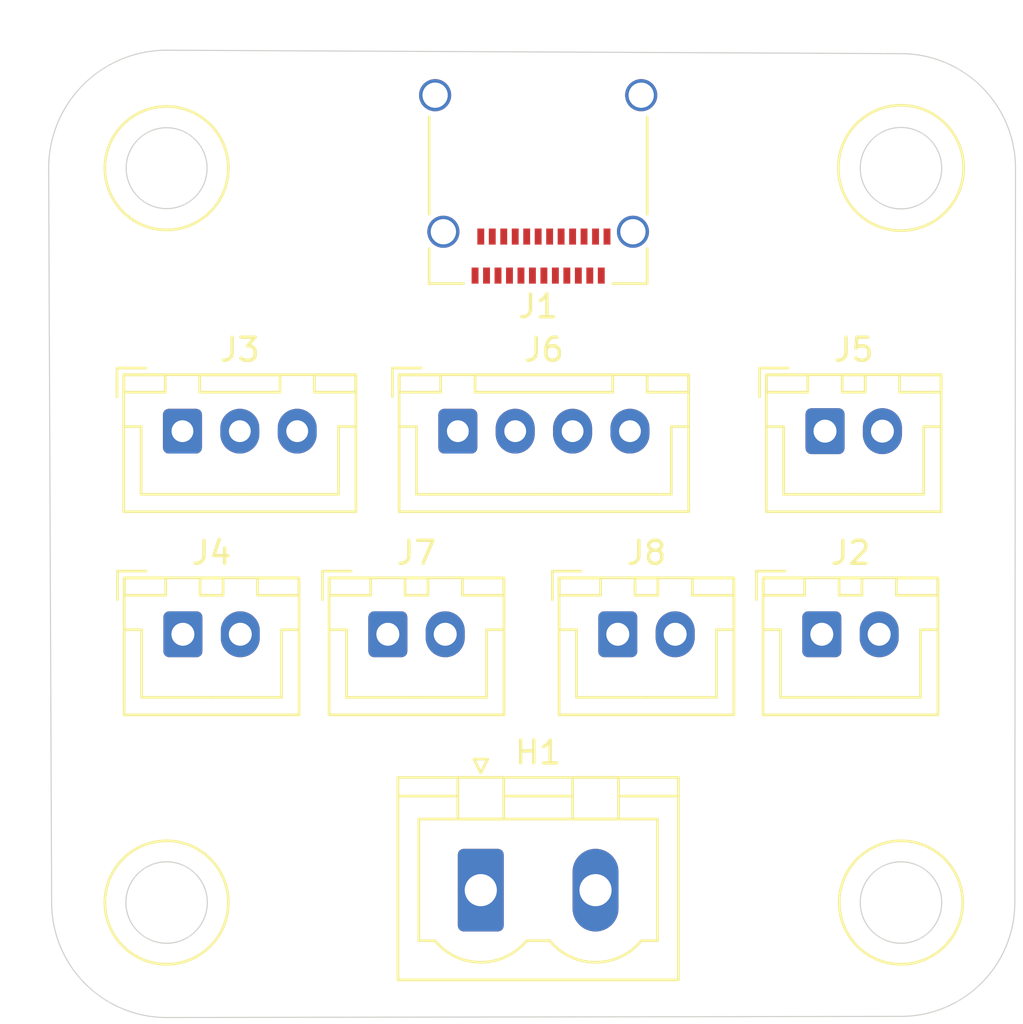
<source format=kicad_pcb>
(kicad_pcb (version 20171130) (host pcbnew "(5.1.4)-1")

  (general
    (thickness 1.6)
    (drawings 16)
    (tracks 0)
    (zones 0)
    (modules 9)
    (nets 18)
  )

  (page A4)
  (layers
    (0 F.Cu signal)
    (31 B.Cu signal)
    (32 B.Adhes user)
    (33 F.Adhes user)
    (34 B.Paste user)
    (35 F.Paste user)
    (36 B.SilkS user)
    (37 F.SilkS user)
    (38 B.Mask user)
    (39 F.Mask user)
    (40 Dwgs.User user)
    (41 Cmts.User user)
    (42 Eco1.User user)
    (43 Eco2.User user)
    (44 Edge.Cuts user)
    (45 Margin user)
    (46 B.CrtYd user)
    (47 F.CrtYd user)
    (48 B.Fab user)
    (49 F.Fab user)
  )

  (setup
    (last_trace_width 0.25)
    (user_trace_width 0.25)
    (user_trace_width 1)
    (trace_clearance 0.2)
    (zone_clearance 0.508)
    (zone_45_only no)
    (trace_min 0.2)
    (via_size 0.8)
    (via_drill 0.4)
    (via_min_size 0.4)
    (via_min_drill 0.3)
    (uvia_size 0.3)
    (uvia_drill 0.1)
    (uvias_allowed no)
    (uvia_min_size 0.2)
    (uvia_min_drill 0.1)
    (edge_width 0.05)
    (segment_width 0.2)
    (pcb_text_width 0.3)
    (pcb_text_size 1.5 1.5)
    (mod_edge_width 0.12)
    (mod_text_size 1 1)
    (mod_text_width 0.15)
    (pad_size 1.524 1.524)
    (pad_drill 0.762)
    (pad_to_mask_clearance 0.051)
    (solder_mask_min_width 0.25)
    (aux_axis_origin 0 0)
    (visible_elements FFFFFF7F)
    (pcbplotparams
      (layerselection 0x010fc_ffffffff)
      (usegerberextensions false)
      (usegerberattributes false)
      (usegerberadvancedattributes false)
      (creategerberjobfile false)
      (excludeedgelayer true)
      (linewidth 0.100000)
      (plotframeref false)
      (viasonmask false)
      (mode 1)
      (useauxorigin false)
      (hpglpennumber 1)
      (hpglpenspeed 20)
      (hpglpendiameter 15.000000)
      (psnegative false)
      (psa4output false)
      (plotreference true)
      (plotvalue true)
      (plotinvisibletext false)
      (padsonsilk false)
      (subtractmaskfromsilk false)
      (outputformat 1)
      (mirror false)
      (drillshape 1)
      (scaleselection 1)
      (outputdirectory ""))
  )

  (net 0 "")
  (net 1 GND)
  (net 2 "Net-(H1-Pad2)")
  (net 3 "Net-(J1-PadS1)")
  (net 4 "Net-(J1-PadA1)")
  (net 5 "Net-(J1-PadA2)")
  (net 6 "Net-(J1-PadA3)")
  (net 7 "Net-(J1-PadA4)")
  (net 8 "Net-(J1-PadA5)")
  (net 9 "Net-(J1-PadA10)")
  (net 10 "Net-(J1-PadA8)")
  (net 11 "Net-(J1-PadA11)")
  (net 12 "Net-(J1-PadB2)")
  (net 13 "Net-(J1-PadB3)")
  (net 14 "Net-(J1-PadB5)")
  (net 15 "Net-(J1-PadB8)")
  (net 16 "Net-(J1-PadB10)")
  (net 17 "Net-(J1-PadB11)")

  (net_class Default "This is the default net class."
    (clearance 0.2)
    (trace_width 0.25)
    (via_dia 0.8)
    (via_drill 0.4)
    (uvia_dia 0.3)
    (uvia_drill 0.1)
    (add_net GND)
    (add_net "Net-(H1-Pad2)")
    (add_net "Net-(J1-PadA1)")
    (add_net "Net-(J1-PadA10)")
    (add_net "Net-(J1-PadA11)")
    (add_net "Net-(J1-PadA2)")
    (add_net "Net-(J1-PadA3)")
    (add_net "Net-(J1-PadA4)")
    (add_net "Net-(J1-PadA5)")
    (add_net "Net-(J1-PadA8)")
    (add_net "Net-(J1-PadB10)")
    (add_net "Net-(J1-PadB11)")
    (add_net "Net-(J1-PadB2)")
    (add_net "Net-(J1-PadB3)")
    (add_net "Net-(J1-PadB5)")
    (add_net "Net-(J1-PadB8)")
    (add_net "Net-(J1-PadS1)")
  )

  (module Connector_Phoenix_MSTB:PhoenixContact_MSTBVA_2,5_2-G_1x02_P5.00mm_Vertical (layer F.Cu) (tedit 5B785046) (tstamp 5E0F8931)
    (at 117 75)
    (descr "Generic Phoenix Contact connector footprint for: MSTBVA_2,5/2-G; number of pins: 02; pin pitch: 5.00mm; Vertical || order number: 1755516 12A || order number: 1924198 16A (HC)")
    (tags "phoenix_contact connector MSTBVA_01x02_G_5.00mm")
    (path /5E0FFE17)
    (fp_text reference H1 (at 2.5 -6) (layer F.SilkS)
      (effects (font (size 1 1) (thickness 0.15)))
    )
    (fp_text value Heater (at 2.5 5) (layer F.Fab)
      (effects (font (size 1 1) (thickness 0.15)))
    )
    (fp_arc (start 0 0.55) (end -2 2.2) (angle -100.5) (layer F.SilkS) (width 0.12))
    (fp_arc (start 5 0.55) (end 3 2.2) (angle -100.5) (layer F.SilkS) (width 0.12))
    (fp_line (start -3.61 -4.91) (end -3.61 3.91) (layer F.SilkS) (width 0.12))
    (fp_line (start -3.61 3.91) (end 8.61 3.91) (layer F.SilkS) (width 0.12))
    (fp_line (start 8.61 3.91) (end 8.61 -4.91) (layer F.SilkS) (width 0.12))
    (fp_line (start 8.61 -4.91) (end -3.61 -4.91) (layer F.SilkS) (width 0.12))
    (fp_line (start -3.5 -4.8) (end -3.5 3.8) (layer F.Fab) (width 0.1))
    (fp_line (start -3.5 3.8) (end 8.5 3.8) (layer F.Fab) (width 0.1))
    (fp_line (start 8.5 3.8) (end 8.5 -4.8) (layer F.Fab) (width 0.1))
    (fp_line (start 8.5 -4.8) (end -3.5 -4.8) (layer F.Fab) (width 0.1))
    (fp_line (start -3.61 -4.1) (end -1.11 -4.1) (layer F.SilkS) (width 0.12))
    (fp_line (start 8.61 -4.1) (end 6.11 -4.1) (layer F.SilkS) (width 0.12))
    (fp_line (start 1 -4.1) (end 4 -4.1) (layer F.SilkS) (width 0.12))
    (fp_line (start -1 -3.1) (end -1 -4.91) (layer F.SilkS) (width 0.12))
    (fp_line (start -1 -4.91) (end 1 -4.91) (layer F.SilkS) (width 0.12))
    (fp_line (start 1 -4.91) (end 1 -3.1) (layer F.SilkS) (width 0.12))
    (fp_line (start 1 -3.1) (end -1 -3.1) (layer F.SilkS) (width 0.12))
    (fp_line (start 4 -3.1) (end 4 -4.91) (layer F.SilkS) (width 0.12))
    (fp_line (start 4 -4.91) (end 6 -4.91) (layer F.SilkS) (width 0.12))
    (fp_line (start 6 -4.91) (end 6 -3.1) (layer F.SilkS) (width 0.12))
    (fp_line (start 6 -3.1) (end 4 -3.1) (layer F.SilkS) (width 0.12))
    (fp_line (start 2 2.2) (end 3 2.2) (layer F.SilkS) (width 0.12))
    (fp_line (start -2 2.2) (end -2.7 2.2) (layer F.SilkS) (width 0.12))
    (fp_line (start -2.7 2.2) (end -2.7 -3.1) (layer F.SilkS) (width 0.12))
    (fp_line (start -2.7 -3.1) (end 7.7 -3.1) (layer F.SilkS) (width 0.12))
    (fp_line (start 7.7 -3.1) (end 7.7 2.2) (layer F.SilkS) (width 0.12))
    (fp_line (start 7.7 2.2) (end 7 2.2) (layer F.SilkS) (width 0.12))
    (fp_line (start -4 -5.3) (end -4 4.3) (layer F.CrtYd) (width 0.05))
    (fp_line (start -4 4.3) (end 9 4.3) (layer F.CrtYd) (width 0.05))
    (fp_line (start 9 4.3) (end 9 -5.3) (layer F.CrtYd) (width 0.05))
    (fp_line (start 9 -5.3) (end -4 -5.3) (layer F.CrtYd) (width 0.05))
    (fp_line (start 0.3 -5.71) (end 0 -5.11) (layer F.SilkS) (width 0.12))
    (fp_line (start 0 -5.11) (end -0.3 -5.71) (layer F.SilkS) (width 0.12))
    (fp_line (start -0.3 -5.71) (end 0.3 -5.71) (layer F.SilkS) (width 0.12))
    (fp_line (start 0.5 -3.55) (end 0 -2.55) (layer F.Fab) (width 0.1))
    (fp_line (start 0 -2.55) (end -0.5 -3.55) (layer F.Fab) (width 0.1))
    (fp_line (start -0.5 -3.55) (end 0.5 -3.55) (layer F.Fab) (width 0.1))
    (fp_text user %R (at 2.5 -4.1) (layer F.Fab)
      (effects (font (size 1 1) (thickness 0.15)))
    )
    (pad 1 thru_hole roundrect (at 0 0) (size 2 3.6) (drill 1.4) (layers *.Cu *.Mask) (roundrect_rratio 0.125)
      (net 1 GND))
    (pad 2 thru_hole oval (at 5 0) (size 2 3.6) (drill 1.4) (layers *.Cu *.Mask)
      (net 2 "Net-(H1-Pad2)"))
    (model ${KISYS3DMOD}/Connector_Phoenix_MSTB.3dshapes/PhoenixContact_MSTBVA_2,5_2-G_1x02_P5.00mm_Vertical.wrl
      (at (xyz 0 0 0))
      (scale (xyz 1 1 1))
      (rotate (xyz 0 0 0))
    )
  )

  (module Connector_USB:USB_C_Receptacle_Amphenol_12401610E4-2A_CircularHoles (layer F.Cu) (tedit 5A142044) (tstamp 5E0F8962)
    (at 119.5 43.2 180)
    (descr "USB TYPE C, RA RCPT PCB, SMT, https://www.amphenolcanada.com/StockAvailabilityPrice.aspx?From=&PartNum=12401610E4%7e2A")
    (tags "USB C Type-C Receptacle SMD")
    (path /5E0F2655)
    (attr smd)
    (fp_text reference J1 (at 0 -6.36) (layer F.SilkS)
      (effects (font (size 1 1) (thickness 0.15)))
    )
    (fp_text value USB_C_Receptacle (at 0 6.14) (layer F.Fab)
      (effects (font (size 1 1) (thickness 0.15)))
    )
    (fp_line (start -4.75 -2.35) (end -4.75 1.89) (layer F.SilkS) (width 0.12))
    (fp_line (start 4.75 -5.37) (end 4.75 -3.85) (layer F.SilkS) (width 0.12))
    (fp_line (start 4.75 -2.35) (end 4.75 1.89) (layer F.SilkS) (width 0.12))
    (fp_line (start -4.6 5.23) (end -4.6 -5.22) (layer F.Fab) (width 0.1))
    (fp_line (start -4.6 -5.22) (end 4.6 -5.22) (layer F.Fab) (width 0.1))
    (fp_line (start -4.75 -5.37) (end -3.25 -5.37) (layer F.SilkS) (width 0.12))
    (fp_line (start -4.75 -5.37) (end -4.75 -3.85) (layer F.SilkS) (width 0.12))
    (fp_line (start 3.25 -5.37) (end 4.75 -5.37) (layer F.SilkS) (width 0.12))
    (fp_line (start -4.6 5.23) (end 4.6 5.23) (layer F.Fab) (width 0.1))
    (fp_line (start 4.6 5.23) (end 4.6 -5.22) (layer F.Fab) (width 0.1))
    (fp_line (start -5.69 -5.87) (end 5.69 -5.87) (layer F.CrtYd) (width 0.05))
    (fp_line (start 5.69 -5.87) (end 5.69 5.73) (layer F.CrtYd) (width 0.05))
    (fp_line (start 5.69 5.73) (end -5.69 5.73) (layer F.CrtYd) (width 0.05))
    (fp_line (start -5.69 5.73) (end -5.69 -5.87) (layer F.CrtYd) (width 0.05))
    (fp_text user %R (at 0 0) (layer F.Fab)
      (effects (font (size 1 1) (thickness 0.1)))
    )
    (pad B12 smd rect (at -3 -3.32 180) (size 0.3 0.7) (layers F.Cu F.Paste F.Mask)
      (net 4 "Net-(J1-PadA1)"))
    (pad B11 smd rect (at -2.5 -3.32 180) (size 0.3 0.7) (layers F.Cu F.Paste F.Mask)
      (net 17 "Net-(J1-PadB11)"))
    (pad B10 smd rect (at -2 -3.32 180) (size 0.3 0.7) (layers F.Cu F.Paste F.Mask)
      (net 16 "Net-(J1-PadB10)"))
    (pad B9 smd rect (at -1.5 -3.32 180) (size 0.3 0.7) (layers F.Cu F.Paste F.Mask)
      (net 7 "Net-(J1-PadA4)"))
    (pad B8 smd rect (at -1 -3.32 180) (size 0.3 0.7) (layers F.Cu F.Paste F.Mask)
      (net 15 "Net-(J1-PadB8)"))
    (pad B7 smd rect (at -0.5 -3.32 180) (size 0.3 0.7) (layers F.Cu F.Paste F.Mask)
      (net 1 GND))
    (pad B6 smd rect (at 0 -3.32 180) (size 0.3 0.7) (layers F.Cu F.Paste F.Mask)
      (net 2 "Net-(H1-Pad2)"))
    (pad B5 smd rect (at 0.5 -3.32 180) (size 0.3 0.7) (layers F.Cu F.Paste F.Mask)
      (net 14 "Net-(J1-PadB5)"))
    (pad B4 smd rect (at 1 -3.32 180) (size 0.3 0.7) (layers F.Cu F.Paste F.Mask)
      (net 7 "Net-(J1-PadA4)"))
    (pad B3 smd rect (at 1.5 -3.32 180) (size 0.3 0.7) (layers F.Cu F.Paste F.Mask)
      (net 13 "Net-(J1-PadB3)"))
    (pad B2 smd rect (at 2 -3.32 180) (size 0.3 0.7) (layers F.Cu F.Paste F.Mask)
      (net 12 "Net-(J1-PadB2)"))
    (pad "" np_thru_hole circle (at -3.6 -4.36 180) (size 0.65 0.65) (drill 0.65) (layers *.Cu *.Mask))
    (pad "" np_thru_hole circle (at 3.6 -4.36 180) (size 0.95 0.95) (drill 0.95) (layers *.Cu *.Mask))
    (pad S1 thru_hole circle (at -4.49 2.84 180) (size 1.4 1.4) (drill 1.1) (layers *.Cu *.Mask)
      (net 3 "Net-(J1-PadS1)"))
    (pad S1 thru_hole circle (at 4.49 2.84 180) (size 1.4 1.4) (drill 1.1) (layers *.Cu *.Mask)
      (net 3 "Net-(J1-PadS1)"))
    (pad S1 thru_hole circle (at 4.13 -3.11 180) (size 1.4 1.4) (drill 1.1) (layers *.Cu *.Mask)
      (net 3 "Net-(J1-PadS1)"))
    (pad B1 smd rect (at 2.5 -3.32 180) (size 0.3 0.7) (layers F.Cu F.Paste F.Mask)
      (net 4 "Net-(J1-PadA1)"))
    (pad A11 smd rect (at 2.25 -5.02 180) (size 0.3 0.7) (layers F.Cu F.Paste F.Mask)
      (net 11 "Net-(J1-PadA11)"))
    (pad A8 smd rect (at 0.75 -5.02 180) (size 0.3 0.7) (layers F.Cu F.Paste F.Mask)
      (net 10 "Net-(J1-PadA8)"))
    (pad A9 smd rect (at 1.25 -5.02 180) (size 0.3 0.7) (layers F.Cu F.Paste F.Mask)
      (net 7 "Net-(J1-PadA4)"))
    (pad A10 smd rect (at 1.75 -5.02 180) (size 0.3 0.7) (layers F.Cu F.Paste F.Mask)
      (net 9 "Net-(J1-PadA10)"))
    (pad A12 smd rect (at 2.75 -5.02 180) (size 0.3 0.7) (layers F.Cu F.Paste F.Mask)
      (net 4 "Net-(J1-PadA1)"))
    (pad A7 smd rect (at 0.25 -5.02 180) (size 0.3 0.7) (layers F.Cu F.Paste F.Mask)
      (net 1 GND))
    (pad A6 smd rect (at -0.25 -5.02 180) (size 0.3 0.7) (layers F.Cu F.Paste F.Mask)
      (net 2 "Net-(H1-Pad2)"))
    (pad A5 smd rect (at -0.75 -5.02 180) (size 0.3 0.7) (layers F.Cu F.Paste F.Mask)
      (net 8 "Net-(J1-PadA5)"))
    (pad A4 smd rect (at -1.25 -5.02 180) (size 0.3 0.7) (layers F.Cu F.Paste F.Mask)
      (net 7 "Net-(J1-PadA4)"))
    (pad A3 smd rect (at -1.75 -5.02 180) (size 0.3 0.7) (layers F.Cu F.Paste F.Mask)
      (net 6 "Net-(J1-PadA3)"))
    (pad A2 smd rect (at -2.25 -5.02 180) (size 0.3 0.7) (layers F.Cu F.Paste F.Mask)
      (net 5 "Net-(J1-PadA2)"))
    (pad A1 smd rect (at -2.75 -5.02 180) (size 0.3 0.7) (layers F.Cu F.Paste F.Mask)
      (net 4 "Net-(J1-PadA1)"))
    (pad S1 thru_hole circle (at -4.13 -3.11 180) (size 1.4 1.4) (drill 1.1) (layers *.Cu *.Mask)
      (net 3 "Net-(J1-PadS1)"))
    (model ${KISYS3DMOD}/Connector_USB.3dshapes/USB_C_Receptacle_Amphenol_12401610E4-2A.wrl
      (at (xyz 0 0 0))
      (scale (xyz 1 1 1))
      (rotate (xyz 0 0 0))
    )
  )

  (module Connector_JST:JST_XH_B2B-XH-A_1x02_P2.50mm_Vertical (layer F.Cu) (tedit 5C28146C) (tstamp 5E0F898B)
    (at 131.86 63.85)
    (descr "JST XH series connector, B2B-XH-A (http://www.jst-mfg.com/product/pdf/eng/eXH.pdf), generated with kicad-footprint-generator")
    (tags "connector JST XH vertical")
    (path /5E103AFA)
    (fp_text reference J2 (at 1.25 -3.55) (layer F.SilkS)
      (effects (font (size 1 1) (thickness 0.15)))
    )
    (fp_text value Therm (at 1.25 4.6) (layer F.Fab)
      (effects (font (size 1 1) (thickness 0.15)))
    )
    (fp_line (start -2.45 -2.35) (end -2.45 3.4) (layer F.Fab) (width 0.1))
    (fp_line (start -2.45 3.4) (end 4.95 3.4) (layer F.Fab) (width 0.1))
    (fp_line (start 4.95 3.4) (end 4.95 -2.35) (layer F.Fab) (width 0.1))
    (fp_line (start 4.95 -2.35) (end -2.45 -2.35) (layer F.Fab) (width 0.1))
    (fp_line (start -2.56 -2.46) (end -2.56 3.51) (layer F.SilkS) (width 0.12))
    (fp_line (start -2.56 3.51) (end 5.06 3.51) (layer F.SilkS) (width 0.12))
    (fp_line (start 5.06 3.51) (end 5.06 -2.46) (layer F.SilkS) (width 0.12))
    (fp_line (start 5.06 -2.46) (end -2.56 -2.46) (layer F.SilkS) (width 0.12))
    (fp_line (start -2.95 -2.85) (end -2.95 3.9) (layer F.CrtYd) (width 0.05))
    (fp_line (start -2.95 3.9) (end 5.45 3.9) (layer F.CrtYd) (width 0.05))
    (fp_line (start 5.45 3.9) (end 5.45 -2.85) (layer F.CrtYd) (width 0.05))
    (fp_line (start 5.45 -2.85) (end -2.95 -2.85) (layer F.CrtYd) (width 0.05))
    (fp_line (start -0.625 -2.35) (end 0 -1.35) (layer F.Fab) (width 0.1))
    (fp_line (start 0 -1.35) (end 0.625 -2.35) (layer F.Fab) (width 0.1))
    (fp_line (start 0.75 -2.45) (end 0.75 -1.7) (layer F.SilkS) (width 0.12))
    (fp_line (start 0.75 -1.7) (end 1.75 -1.7) (layer F.SilkS) (width 0.12))
    (fp_line (start 1.75 -1.7) (end 1.75 -2.45) (layer F.SilkS) (width 0.12))
    (fp_line (start 1.75 -2.45) (end 0.75 -2.45) (layer F.SilkS) (width 0.12))
    (fp_line (start -2.55 -2.45) (end -2.55 -1.7) (layer F.SilkS) (width 0.12))
    (fp_line (start -2.55 -1.7) (end -0.75 -1.7) (layer F.SilkS) (width 0.12))
    (fp_line (start -0.75 -1.7) (end -0.75 -2.45) (layer F.SilkS) (width 0.12))
    (fp_line (start -0.75 -2.45) (end -2.55 -2.45) (layer F.SilkS) (width 0.12))
    (fp_line (start 3.25 -2.45) (end 3.25 -1.7) (layer F.SilkS) (width 0.12))
    (fp_line (start 3.25 -1.7) (end 5.05 -1.7) (layer F.SilkS) (width 0.12))
    (fp_line (start 5.05 -1.7) (end 5.05 -2.45) (layer F.SilkS) (width 0.12))
    (fp_line (start 5.05 -2.45) (end 3.25 -2.45) (layer F.SilkS) (width 0.12))
    (fp_line (start -2.55 -0.2) (end -1.8 -0.2) (layer F.SilkS) (width 0.12))
    (fp_line (start -1.8 -0.2) (end -1.8 2.75) (layer F.SilkS) (width 0.12))
    (fp_line (start -1.8 2.75) (end 1.25 2.75) (layer F.SilkS) (width 0.12))
    (fp_line (start 5.05 -0.2) (end 4.3 -0.2) (layer F.SilkS) (width 0.12))
    (fp_line (start 4.3 -0.2) (end 4.3 2.75) (layer F.SilkS) (width 0.12))
    (fp_line (start 4.3 2.75) (end 1.25 2.75) (layer F.SilkS) (width 0.12))
    (fp_line (start -1.6 -2.75) (end -2.85 -2.75) (layer F.SilkS) (width 0.12))
    (fp_line (start -2.85 -2.75) (end -2.85 -1.5) (layer F.SilkS) (width 0.12))
    (fp_text user %R (at 1.25 2.7) (layer F.Fab)
      (effects (font (size 1 1) (thickness 0.15)))
    )
    (pad 1 thru_hole roundrect (at 0 0) (size 1.7 2) (drill 1) (layers *.Cu *.Mask) (roundrect_rratio 0.147059)
      (net 8 "Net-(J1-PadA5)"))
    (pad 2 thru_hole oval (at 2.5 0) (size 1.7 2) (drill 1) (layers *.Cu *.Mask)
      (net 14 "Net-(J1-PadB5)"))
    (model ${KISYS3DMOD}/Connector_JST.3dshapes/JST_XH_B2B-XH-A_1x02_P2.50mm_Vertical.wrl
      (at (xyz 0 0 0))
      (scale (xyz 1 1 1))
      (rotate (xyz 0 0 0))
    )
  )

  (module Connector_JST:JST_XH_B3B-XH-A_1x03_P2.50mm_Vertical (layer F.Cu) (tedit 5C28146C) (tstamp 5E0F89B5)
    (at 104 55)
    (descr "JST XH series connector, B3B-XH-A (http://www.jst-mfg.com/product/pdf/eng/eXH.pdf), generated with kicad-footprint-generator")
    (tags "connector JST XH vertical")
    (path /5E10D732)
    (fp_text reference J3 (at 2.5 -3.55) (layer F.SilkS)
      (effects (font (size 1 1) (thickness 0.15)))
    )
    (fp_text value Z_End_Sensor (at 2.5 4.6) (layer F.Fab)
      (effects (font (size 1 1) (thickness 0.15)))
    )
    (fp_line (start -2.45 -2.35) (end -2.45 3.4) (layer F.Fab) (width 0.1))
    (fp_line (start -2.45 3.4) (end 7.45 3.4) (layer F.Fab) (width 0.1))
    (fp_line (start 7.45 3.4) (end 7.45 -2.35) (layer F.Fab) (width 0.1))
    (fp_line (start 7.45 -2.35) (end -2.45 -2.35) (layer F.Fab) (width 0.1))
    (fp_line (start -2.56 -2.46) (end -2.56 3.51) (layer F.SilkS) (width 0.12))
    (fp_line (start -2.56 3.51) (end 7.56 3.51) (layer F.SilkS) (width 0.12))
    (fp_line (start 7.56 3.51) (end 7.56 -2.46) (layer F.SilkS) (width 0.12))
    (fp_line (start 7.56 -2.46) (end -2.56 -2.46) (layer F.SilkS) (width 0.12))
    (fp_line (start -2.95 -2.85) (end -2.95 3.9) (layer F.CrtYd) (width 0.05))
    (fp_line (start -2.95 3.9) (end 7.95 3.9) (layer F.CrtYd) (width 0.05))
    (fp_line (start 7.95 3.9) (end 7.95 -2.85) (layer F.CrtYd) (width 0.05))
    (fp_line (start 7.95 -2.85) (end -2.95 -2.85) (layer F.CrtYd) (width 0.05))
    (fp_line (start -0.625 -2.35) (end 0 -1.35) (layer F.Fab) (width 0.1))
    (fp_line (start 0 -1.35) (end 0.625 -2.35) (layer F.Fab) (width 0.1))
    (fp_line (start 0.75 -2.45) (end 0.75 -1.7) (layer F.SilkS) (width 0.12))
    (fp_line (start 0.75 -1.7) (end 4.25 -1.7) (layer F.SilkS) (width 0.12))
    (fp_line (start 4.25 -1.7) (end 4.25 -2.45) (layer F.SilkS) (width 0.12))
    (fp_line (start 4.25 -2.45) (end 0.75 -2.45) (layer F.SilkS) (width 0.12))
    (fp_line (start -2.55 -2.45) (end -2.55 -1.7) (layer F.SilkS) (width 0.12))
    (fp_line (start -2.55 -1.7) (end -0.75 -1.7) (layer F.SilkS) (width 0.12))
    (fp_line (start -0.75 -1.7) (end -0.75 -2.45) (layer F.SilkS) (width 0.12))
    (fp_line (start -0.75 -2.45) (end -2.55 -2.45) (layer F.SilkS) (width 0.12))
    (fp_line (start 5.75 -2.45) (end 5.75 -1.7) (layer F.SilkS) (width 0.12))
    (fp_line (start 5.75 -1.7) (end 7.55 -1.7) (layer F.SilkS) (width 0.12))
    (fp_line (start 7.55 -1.7) (end 7.55 -2.45) (layer F.SilkS) (width 0.12))
    (fp_line (start 7.55 -2.45) (end 5.75 -2.45) (layer F.SilkS) (width 0.12))
    (fp_line (start -2.55 -0.2) (end -1.8 -0.2) (layer F.SilkS) (width 0.12))
    (fp_line (start -1.8 -0.2) (end -1.8 2.75) (layer F.SilkS) (width 0.12))
    (fp_line (start -1.8 2.75) (end 2.5 2.75) (layer F.SilkS) (width 0.12))
    (fp_line (start 7.55 -0.2) (end 6.8 -0.2) (layer F.SilkS) (width 0.12))
    (fp_line (start 6.8 -0.2) (end 6.8 2.75) (layer F.SilkS) (width 0.12))
    (fp_line (start 6.8 2.75) (end 2.5 2.75) (layer F.SilkS) (width 0.12))
    (fp_line (start -1.6 -2.75) (end -2.85 -2.75) (layer F.SilkS) (width 0.12))
    (fp_line (start -2.85 -2.75) (end -2.85 -1.5) (layer F.SilkS) (width 0.12))
    (fp_text user %R (at 2.5 2.7) (layer F.Fab)
      (effects (font (size 1 1) (thickness 0.15)))
    )
    (pad 1 thru_hole roundrect (at 0 0) (size 1.7 1.95) (drill 0.95) (layers *.Cu *.Mask) (roundrect_rratio 0.147059)
      (net 12 "Net-(J1-PadB2)"))
    (pad 2 thru_hole oval (at 2.5 0) (size 1.7 1.95) (drill 0.95) (layers *.Cu *.Mask)
      (net 10 "Net-(J1-PadA8)"))
    (pad 3 thru_hole oval (at 5 0) (size 1.7 1.95) (drill 0.95) (layers *.Cu *.Mask)
      (net 15 "Net-(J1-PadB8)"))
    (model ${KISYS3DMOD}/Connector_JST.3dshapes/JST_XH_B3B-XH-A_1x03_P2.50mm_Vertical.wrl
      (at (xyz 0 0 0))
      (scale (xyz 1 1 1))
      (rotate (xyz 0 0 0))
    )
  )

  (module Connector_JST:JST_XH_B2B-XH-A_1x02_P2.50mm_Vertical (layer F.Cu) (tedit 5C28146C) (tstamp 5E0F89DE)
    (at 104.02 63.85)
    (descr "JST XH series connector, B2B-XH-A (http://www.jst-mfg.com/product/pdf/eng/eXH.pdf), generated with kicad-footprint-generator")
    (tags "connector JST XH vertical")
    (path /5E101F58)
    (fp_text reference J4 (at 1.25 -3.55) (layer F.SilkS)
      (effects (font (size 1 1) (thickness 0.15)))
    )
    (fp_text value Nozzleneck_Cooling_Fan (at 1.25 4.6) (layer F.Fab)
      (effects (font (size 1 1) (thickness 0.15)))
    )
    (fp_line (start -2.45 -2.35) (end -2.45 3.4) (layer F.Fab) (width 0.1))
    (fp_line (start -2.45 3.4) (end 4.95 3.4) (layer F.Fab) (width 0.1))
    (fp_line (start 4.95 3.4) (end 4.95 -2.35) (layer F.Fab) (width 0.1))
    (fp_line (start 4.95 -2.35) (end -2.45 -2.35) (layer F.Fab) (width 0.1))
    (fp_line (start -2.56 -2.46) (end -2.56 3.51) (layer F.SilkS) (width 0.12))
    (fp_line (start -2.56 3.51) (end 5.06 3.51) (layer F.SilkS) (width 0.12))
    (fp_line (start 5.06 3.51) (end 5.06 -2.46) (layer F.SilkS) (width 0.12))
    (fp_line (start 5.06 -2.46) (end -2.56 -2.46) (layer F.SilkS) (width 0.12))
    (fp_line (start -2.95 -2.85) (end -2.95 3.9) (layer F.CrtYd) (width 0.05))
    (fp_line (start -2.95 3.9) (end 5.45 3.9) (layer F.CrtYd) (width 0.05))
    (fp_line (start 5.45 3.9) (end 5.45 -2.85) (layer F.CrtYd) (width 0.05))
    (fp_line (start 5.45 -2.85) (end -2.95 -2.85) (layer F.CrtYd) (width 0.05))
    (fp_line (start -0.625 -2.35) (end 0 -1.35) (layer F.Fab) (width 0.1))
    (fp_line (start 0 -1.35) (end 0.625 -2.35) (layer F.Fab) (width 0.1))
    (fp_line (start 0.75 -2.45) (end 0.75 -1.7) (layer F.SilkS) (width 0.12))
    (fp_line (start 0.75 -1.7) (end 1.75 -1.7) (layer F.SilkS) (width 0.12))
    (fp_line (start 1.75 -1.7) (end 1.75 -2.45) (layer F.SilkS) (width 0.12))
    (fp_line (start 1.75 -2.45) (end 0.75 -2.45) (layer F.SilkS) (width 0.12))
    (fp_line (start -2.55 -2.45) (end -2.55 -1.7) (layer F.SilkS) (width 0.12))
    (fp_line (start -2.55 -1.7) (end -0.75 -1.7) (layer F.SilkS) (width 0.12))
    (fp_line (start -0.75 -1.7) (end -0.75 -2.45) (layer F.SilkS) (width 0.12))
    (fp_line (start -0.75 -2.45) (end -2.55 -2.45) (layer F.SilkS) (width 0.12))
    (fp_line (start 3.25 -2.45) (end 3.25 -1.7) (layer F.SilkS) (width 0.12))
    (fp_line (start 3.25 -1.7) (end 5.05 -1.7) (layer F.SilkS) (width 0.12))
    (fp_line (start 5.05 -1.7) (end 5.05 -2.45) (layer F.SilkS) (width 0.12))
    (fp_line (start 5.05 -2.45) (end 3.25 -2.45) (layer F.SilkS) (width 0.12))
    (fp_line (start -2.55 -0.2) (end -1.8 -0.2) (layer F.SilkS) (width 0.12))
    (fp_line (start -1.8 -0.2) (end -1.8 2.75) (layer F.SilkS) (width 0.12))
    (fp_line (start -1.8 2.75) (end 1.25 2.75) (layer F.SilkS) (width 0.12))
    (fp_line (start 5.05 -0.2) (end 4.3 -0.2) (layer F.SilkS) (width 0.12))
    (fp_line (start 4.3 -0.2) (end 4.3 2.75) (layer F.SilkS) (width 0.12))
    (fp_line (start 4.3 2.75) (end 1.25 2.75) (layer F.SilkS) (width 0.12))
    (fp_line (start -1.6 -2.75) (end -2.85 -2.75) (layer F.SilkS) (width 0.12))
    (fp_line (start -2.85 -2.75) (end -2.85 -1.5) (layer F.SilkS) (width 0.12))
    (fp_text user %R (at 1.25 2.7) (layer F.Fab)
      (effects (font (size 1 1) (thickness 0.15)))
    )
    (pad 1 thru_hole roundrect (at 0 0) (size 1.7 2) (drill 1) (layers *.Cu *.Mask) (roundrect_rratio 0.147059)
      (net 9 "Net-(J1-PadA10)"))
    (pad 2 thru_hole oval (at 2.5 0) (size 1.7 2) (drill 1) (layers *.Cu *.Mask)
      (net 1 GND))
    (model ${KISYS3DMOD}/Connector_JST.3dshapes/JST_XH_B2B-XH-A_1x02_P2.50mm_Vertical.wrl
      (at (xyz 0 0 0))
      (scale (xyz 1 1 1))
      (rotate (xyz 0 0 0))
    )
  )

  (module Connector_JST:JST_XH_B2B-XH-A_1x02_P2.50mm_Vertical (layer F.Cu) (tedit 5C28146C) (tstamp 5E0F8A07)
    (at 132 55)
    (descr "JST XH series connector, B2B-XH-A (http://www.jst-mfg.com/product/pdf/eng/eXH.pdf), generated with kicad-footprint-generator")
    (tags "connector JST XH vertical")
    (path /5E1031B7)
    (fp_text reference J5 (at 1.25 -3.55) (layer F.SilkS)
      (effects (font (size 1 1) (thickness 0.15)))
    )
    (fp_text value Object_Cooling_Fan (at 1.25 4.6) (layer F.Fab)
      (effects (font (size 1 1) (thickness 0.15)))
    )
    (fp_text user %R (at 1.25 2.7) (layer F.Fab)
      (effects (font (size 1 1) (thickness 0.15)))
    )
    (fp_line (start -2.85 -2.75) (end -2.85 -1.5) (layer F.SilkS) (width 0.12))
    (fp_line (start -1.6 -2.75) (end -2.85 -2.75) (layer F.SilkS) (width 0.12))
    (fp_line (start 4.3 2.75) (end 1.25 2.75) (layer F.SilkS) (width 0.12))
    (fp_line (start 4.3 -0.2) (end 4.3 2.75) (layer F.SilkS) (width 0.12))
    (fp_line (start 5.05 -0.2) (end 4.3 -0.2) (layer F.SilkS) (width 0.12))
    (fp_line (start -1.8 2.75) (end 1.25 2.75) (layer F.SilkS) (width 0.12))
    (fp_line (start -1.8 -0.2) (end -1.8 2.75) (layer F.SilkS) (width 0.12))
    (fp_line (start -2.55 -0.2) (end -1.8 -0.2) (layer F.SilkS) (width 0.12))
    (fp_line (start 5.05 -2.45) (end 3.25 -2.45) (layer F.SilkS) (width 0.12))
    (fp_line (start 5.05 -1.7) (end 5.05 -2.45) (layer F.SilkS) (width 0.12))
    (fp_line (start 3.25 -1.7) (end 5.05 -1.7) (layer F.SilkS) (width 0.12))
    (fp_line (start 3.25 -2.45) (end 3.25 -1.7) (layer F.SilkS) (width 0.12))
    (fp_line (start -0.75 -2.45) (end -2.55 -2.45) (layer F.SilkS) (width 0.12))
    (fp_line (start -0.75 -1.7) (end -0.75 -2.45) (layer F.SilkS) (width 0.12))
    (fp_line (start -2.55 -1.7) (end -0.75 -1.7) (layer F.SilkS) (width 0.12))
    (fp_line (start -2.55 -2.45) (end -2.55 -1.7) (layer F.SilkS) (width 0.12))
    (fp_line (start 1.75 -2.45) (end 0.75 -2.45) (layer F.SilkS) (width 0.12))
    (fp_line (start 1.75 -1.7) (end 1.75 -2.45) (layer F.SilkS) (width 0.12))
    (fp_line (start 0.75 -1.7) (end 1.75 -1.7) (layer F.SilkS) (width 0.12))
    (fp_line (start 0.75 -2.45) (end 0.75 -1.7) (layer F.SilkS) (width 0.12))
    (fp_line (start 0 -1.35) (end 0.625 -2.35) (layer F.Fab) (width 0.1))
    (fp_line (start -0.625 -2.35) (end 0 -1.35) (layer F.Fab) (width 0.1))
    (fp_line (start 5.45 -2.85) (end -2.95 -2.85) (layer F.CrtYd) (width 0.05))
    (fp_line (start 5.45 3.9) (end 5.45 -2.85) (layer F.CrtYd) (width 0.05))
    (fp_line (start -2.95 3.9) (end 5.45 3.9) (layer F.CrtYd) (width 0.05))
    (fp_line (start -2.95 -2.85) (end -2.95 3.9) (layer F.CrtYd) (width 0.05))
    (fp_line (start 5.06 -2.46) (end -2.56 -2.46) (layer F.SilkS) (width 0.12))
    (fp_line (start 5.06 3.51) (end 5.06 -2.46) (layer F.SilkS) (width 0.12))
    (fp_line (start -2.56 3.51) (end 5.06 3.51) (layer F.SilkS) (width 0.12))
    (fp_line (start -2.56 -2.46) (end -2.56 3.51) (layer F.SilkS) (width 0.12))
    (fp_line (start 4.95 -2.35) (end -2.45 -2.35) (layer F.Fab) (width 0.1))
    (fp_line (start 4.95 3.4) (end 4.95 -2.35) (layer F.Fab) (width 0.1))
    (fp_line (start -2.45 3.4) (end 4.95 3.4) (layer F.Fab) (width 0.1))
    (fp_line (start -2.45 -2.35) (end -2.45 3.4) (layer F.Fab) (width 0.1))
    (pad 2 thru_hole oval (at 2.5 0) (size 1.7 2) (drill 1) (layers *.Cu *.Mask)
      (net 1 GND))
    (pad 1 thru_hole roundrect (at 0 0) (size 1.7 2) (drill 1) (layers *.Cu *.Mask) (roundrect_rratio 0.147059)
      (net 11 "Net-(J1-PadA11)"))
    (model ${KISYS3DMOD}/Connector_JST.3dshapes/JST_XH_B2B-XH-A_1x02_P2.50mm_Vertical.wrl
      (at (xyz 0 0 0))
      (scale (xyz 1 1 1))
      (rotate (xyz 0 0 0))
    )
  )

  (module Connector_JST:JST_XH_B4B-XH-A_1x04_P2.50mm_Vertical (layer F.Cu) (tedit 5C28146C) (tstamp 5E0F8A32)
    (at 116 55)
    (descr "JST XH series connector, B4B-XH-A (http://www.jst-mfg.com/product/pdf/eng/eXH.pdf), generated with kicad-footprint-generator")
    (tags "connector JST XH vertical")
    (path /5E0FADA4)
    (fp_text reference J6 (at 3.75 -3.55) (layer F.SilkS)
      (effects (font (size 1 1) (thickness 0.15)))
    )
    (fp_text value E_Motor (at 3.75 4.6) (layer F.Fab)
      (effects (font (size 1 1) (thickness 0.15)))
    )
    (fp_line (start -2.45 -2.35) (end -2.45 3.4) (layer F.Fab) (width 0.1))
    (fp_line (start -2.45 3.4) (end 9.95 3.4) (layer F.Fab) (width 0.1))
    (fp_line (start 9.95 3.4) (end 9.95 -2.35) (layer F.Fab) (width 0.1))
    (fp_line (start 9.95 -2.35) (end -2.45 -2.35) (layer F.Fab) (width 0.1))
    (fp_line (start -2.56 -2.46) (end -2.56 3.51) (layer F.SilkS) (width 0.12))
    (fp_line (start -2.56 3.51) (end 10.06 3.51) (layer F.SilkS) (width 0.12))
    (fp_line (start 10.06 3.51) (end 10.06 -2.46) (layer F.SilkS) (width 0.12))
    (fp_line (start 10.06 -2.46) (end -2.56 -2.46) (layer F.SilkS) (width 0.12))
    (fp_line (start -2.95 -2.85) (end -2.95 3.9) (layer F.CrtYd) (width 0.05))
    (fp_line (start -2.95 3.9) (end 10.45 3.9) (layer F.CrtYd) (width 0.05))
    (fp_line (start 10.45 3.9) (end 10.45 -2.85) (layer F.CrtYd) (width 0.05))
    (fp_line (start 10.45 -2.85) (end -2.95 -2.85) (layer F.CrtYd) (width 0.05))
    (fp_line (start -0.625 -2.35) (end 0 -1.35) (layer F.Fab) (width 0.1))
    (fp_line (start 0 -1.35) (end 0.625 -2.35) (layer F.Fab) (width 0.1))
    (fp_line (start 0.75 -2.45) (end 0.75 -1.7) (layer F.SilkS) (width 0.12))
    (fp_line (start 0.75 -1.7) (end 6.75 -1.7) (layer F.SilkS) (width 0.12))
    (fp_line (start 6.75 -1.7) (end 6.75 -2.45) (layer F.SilkS) (width 0.12))
    (fp_line (start 6.75 -2.45) (end 0.75 -2.45) (layer F.SilkS) (width 0.12))
    (fp_line (start -2.55 -2.45) (end -2.55 -1.7) (layer F.SilkS) (width 0.12))
    (fp_line (start -2.55 -1.7) (end -0.75 -1.7) (layer F.SilkS) (width 0.12))
    (fp_line (start -0.75 -1.7) (end -0.75 -2.45) (layer F.SilkS) (width 0.12))
    (fp_line (start -0.75 -2.45) (end -2.55 -2.45) (layer F.SilkS) (width 0.12))
    (fp_line (start 8.25 -2.45) (end 8.25 -1.7) (layer F.SilkS) (width 0.12))
    (fp_line (start 8.25 -1.7) (end 10.05 -1.7) (layer F.SilkS) (width 0.12))
    (fp_line (start 10.05 -1.7) (end 10.05 -2.45) (layer F.SilkS) (width 0.12))
    (fp_line (start 10.05 -2.45) (end 8.25 -2.45) (layer F.SilkS) (width 0.12))
    (fp_line (start -2.55 -0.2) (end -1.8 -0.2) (layer F.SilkS) (width 0.12))
    (fp_line (start -1.8 -0.2) (end -1.8 2.75) (layer F.SilkS) (width 0.12))
    (fp_line (start -1.8 2.75) (end 3.75 2.75) (layer F.SilkS) (width 0.12))
    (fp_line (start 10.05 -0.2) (end 9.3 -0.2) (layer F.SilkS) (width 0.12))
    (fp_line (start 9.3 -0.2) (end 9.3 2.75) (layer F.SilkS) (width 0.12))
    (fp_line (start 9.3 2.75) (end 3.75 2.75) (layer F.SilkS) (width 0.12))
    (fp_line (start -1.6 -2.75) (end -2.85 -2.75) (layer F.SilkS) (width 0.12))
    (fp_line (start -2.85 -2.75) (end -2.85 -1.5) (layer F.SilkS) (width 0.12))
    (fp_text user %R (at 3.75 2.7) (layer F.Fab)
      (effects (font (size 1 1) (thickness 0.15)))
    )
    (pad 1 thru_hole roundrect (at 0 0) (size 1.7 1.95) (drill 0.95) (layers *.Cu *.Mask) (roundrect_rratio 0.147059)
      (net 16 "Net-(J1-PadB10)"))
    (pad 2 thru_hole oval (at 2.5 0) (size 1.7 1.95) (drill 0.95) (layers *.Cu *.Mask)
      (net 17 "Net-(J1-PadB11)"))
    (pad 3 thru_hole oval (at 5 0) (size 1.7 1.95) (drill 0.95) (layers *.Cu *.Mask)
      (net 6 "Net-(J1-PadA3)"))
    (pad 4 thru_hole oval (at 7.5 0) (size 1.7 1.95) (drill 0.95) (layers *.Cu *.Mask)
      (net 5 "Net-(J1-PadA2)"))
    (model ${KISYS3DMOD}/Connector_JST.3dshapes/JST_XH_B4B-XH-A_1x04_P2.50mm_Vertical.wrl
      (at (xyz 0 0 0))
      (scale (xyz 1 1 1))
      (rotate (xyz 0 0 0))
    )
  )

  (module Connector_JST:JST_XH_B2B-XH-A_1x02_P2.50mm_Vertical (layer F.Cu) (tedit 5C28146C) (tstamp 5E0F8A5B)
    (at 112.95 63.85)
    (descr "JST XH series connector, B2B-XH-A (http://www.jst-mfg.com/product/pdf/eng/eXH.pdf), generated with kicad-footprint-generator")
    (tags "connector JST XH vertical")
    (path /5E106F51)
    (fp_text reference J7 (at 1.25 -3.55) (layer F.SilkS)
      (effects (font (size 1 1) (thickness 0.15)))
    )
    (fp_text value LED1 (at 1.25 4.6) (layer F.Fab)
      (effects (font (size 1 1) (thickness 0.15)))
    )
    (fp_text user %R (at 1.25 2.7) (layer F.Fab)
      (effects (font (size 1 1) (thickness 0.15)))
    )
    (fp_line (start -2.85 -2.75) (end -2.85 -1.5) (layer F.SilkS) (width 0.12))
    (fp_line (start -1.6 -2.75) (end -2.85 -2.75) (layer F.SilkS) (width 0.12))
    (fp_line (start 4.3 2.75) (end 1.25 2.75) (layer F.SilkS) (width 0.12))
    (fp_line (start 4.3 -0.2) (end 4.3 2.75) (layer F.SilkS) (width 0.12))
    (fp_line (start 5.05 -0.2) (end 4.3 -0.2) (layer F.SilkS) (width 0.12))
    (fp_line (start -1.8 2.75) (end 1.25 2.75) (layer F.SilkS) (width 0.12))
    (fp_line (start -1.8 -0.2) (end -1.8 2.75) (layer F.SilkS) (width 0.12))
    (fp_line (start -2.55 -0.2) (end -1.8 -0.2) (layer F.SilkS) (width 0.12))
    (fp_line (start 5.05 -2.45) (end 3.25 -2.45) (layer F.SilkS) (width 0.12))
    (fp_line (start 5.05 -1.7) (end 5.05 -2.45) (layer F.SilkS) (width 0.12))
    (fp_line (start 3.25 -1.7) (end 5.05 -1.7) (layer F.SilkS) (width 0.12))
    (fp_line (start 3.25 -2.45) (end 3.25 -1.7) (layer F.SilkS) (width 0.12))
    (fp_line (start -0.75 -2.45) (end -2.55 -2.45) (layer F.SilkS) (width 0.12))
    (fp_line (start -0.75 -1.7) (end -0.75 -2.45) (layer F.SilkS) (width 0.12))
    (fp_line (start -2.55 -1.7) (end -0.75 -1.7) (layer F.SilkS) (width 0.12))
    (fp_line (start -2.55 -2.45) (end -2.55 -1.7) (layer F.SilkS) (width 0.12))
    (fp_line (start 1.75 -2.45) (end 0.75 -2.45) (layer F.SilkS) (width 0.12))
    (fp_line (start 1.75 -1.7) (end 1.75 -2.45) (layer F.SilkS) (width 0.12))
    (fp_line (start 0.75 -1.7) (end 1.75 -1.7) (layer F.SilkS) (width 0.12))
    (fp_line (start 0.75 -2.45) (end 0.75 -1.7) (layer F.SilkS) (width 0.12))
    (fp_line (start 0 -1.35) (end 0.625 -2.35) (layer F.Fab) (width 0.1))
    (fp_line (start -0.625 -2.35) (end 0 -1.35) (layer F.Fab) (width 0.1))
    (fp_line (start 5.45 -2.85) (end -2.95 -2.85) (layer F.CrtYd) (width 0.05))
    (fp_line (start 5.45 3.9) (end 5.45 -2.85) (layer F.CrtYd) (width 0.05))
    (fp_line (start -2.95 3.9) (end 5.45 3.9) (layer F.CrtYd) (width 0.05))
    (fp_line (start -2.95 -2.85) (end -2.95 3.9) (layer F.CrtYd) (width 0.05))
    (fp_line (start 5.06 -2.46) (end -2.56 -2.46) (layer F.SilkS) (width 0.12))
    (fp_line (start 5.06 3.51) (end 5.06 -2.46) (layer F.SilkS) (width 0.12))
    (fp_line (start -2.56 3.51) (end 5.06 3.51) (layer F.SilkS) (width 0.12))
    (fp_line (start -2.56 -2.46) (end -2.56 3.51) (layer F.SilkS) (width 0.12))
    (fp_line (start 4.95 -2.35) (end -2.45 -2.35) (layer F.Fab) (width 0.1))
    (fp_line (start 4.95 3.4) (end 4.95 -2.35) (layer F.Fab) (width 0.1))
    (fp_line (start -2.45 3.4) (end 4.95 3.4) (layer F.Fab) (width 0.1))
    (fp_line (start -2.45 -2.35) (end -2.45 3.4) (layer F.Fab) (width 0.1))
    (pad 2 thru_hole oval (at 2.5 0) (size 1.7 2) (drill 1) (layers *.Cu *.Mask)
      (net 1 GND))
    (pad 1 thru_hole roundrect (at 0 0) (size 1.7 2) (drill 1) (layers *.Cu *.Mask) (roundrect_rratio 0.147059)
      (net 13 "Net-(J1-PadB3)"))
    (model ${KISYS3DMOD}/Connector_JST.3dshapes/JST_XH_B2B-XH-A_1x02_P2.50mm_Vertical.wrl
      (at (xyz 0 0 0))
      (scale (xyz 1 1 1))
      (rotate (xyz 0 0 0))
    )
  )

  (module Connector_JST:JST_XH_B2B-XH-A_1x02_P2.50mm_Vertical (layer F.Cu) (tedit 5C28146C) (tstamp 5E0F8A84)
    (at 122.97 63.85)
    (descr "JST XH series connector, B2B-XH-A (http://www.jst-mfg.com/product/pdf/eng/eXH.pdf), generated with kicad-footprint-generator")
    (tags "connector JST XH vertical")
    (path /5E119007)
    (fp_text reference J8 (at 1.25 -3.55) (layer F.SilkS)
      (effects (font (size 1 1) (thickness 0.15)))
    )
    (fp_text value LED2 (at 1.25 4.6) (layer F.Fab)
      (effects (font (size 1 1) (thickness 0.15)))
    )
    (fp_line (start -2.45 -2.35) (end -2.45 3.4) (layer F.Fab) (width 0.1))
    (fp_line (start -2.45 3.4) (end 4.95 3.4) (layer F.Fab) (width 0.1))
    (fp_line (start 4.95 3.4) (end 4.95 -2.35) (layer F.Fab) (width 0.1))
    (fp_line (start 4.95 -2.35) (end -2.45 -2.35) (layer F.Fab) (width 0.1))
    (fp_line (start -2.56 -2.46) (end -2.56 3.51) (layer F.SilkS) (width 0.12))
    (fp_line (start -2.56 3.51) (end 5.06 3.51) (layer F.SilkS) (width 0.12))
    (fp_line (start 5.06 3.51) (end 5.06 -2.46) (layer F.SilkS) (width 0.12))
    (fp_line (start 5.06 -2.46) (end -2.56 -2.46) (layer F.SilkS) (width 0.12))
    (fp_line (start -2.95 -2.85) (end -2.95 3.9) (layer F.CrtYd) (width 0.05))
    (fp_line (start -2.95 3.9) (end 5.45 3.9) (layer F.CrtYd) (width 0.05))
    (fp_line (start 5.45 3.9) (end 5.45 -2.85) (layer F.CrtYd) (width 0.05))
    (fp_line (start 5.45 -2.85) (end -2.95 -2.85) (layer F.CrtYd) (width 0.05))
    (fp_line (start -0.625 -2.35) (end 0 -1.35) (layer F.Fab) (width 0.1))
    (fp_line (start 0 -1.35) (end 0.625 -2.35) (layer F.Fab) (width 0.1))
    (fp_line (start 0.75 -2.45) (end 0.75 -1.7) (layer F.SilkS) (width 0.12))
    (fp_line (start 0.75 -1.7) (end 1.75 -1.7) (layer F.SilkS) (width 0.12))
    (fp_line (start 1.75 -1.7) (end 1.75 -2.45) (layer F.SilkS) (width 0.12))
    (fp_line (start 1.75 -2.45) (end 0.75 -2.45) (layer F.SilkS) (width 0.12))
    (fp_line (start -2.55 -2.45) (end -2.55 -1.7) (layer F.SilkS) (width 0.12))
    (fp_line (start -2.55 -1.7) (end -0.75 -1.7) (layer F.SilkS) (width 0.12))
    (fp_line (start -0.75 -1.7) (end -0.75 -2.45) (layer F.SilkS) (width 0.12))
    (fp_line (start -0.75 -2.45) (end -2.55 -2.45) (layer F.SilkS) (width 0.12))
    (fp_line (start 3.25 -2.45) (end 3.25 -1.7) (layer F.SilkS) (width 0.12))
    (fp_line (start 3.25 -1.7) (end 5.05 -1.7) (layer F.SilkS) (width 0.12))
    (fp_line (start 5.05 -1.7) (end 5.05 -2.45) (layer F.SilkS) (width 0.12))
    (fp_line (start 5.05 -2.45) (end 3.25 -2.45) (layer F.SilkS) (width 0.12))
    (fp_line (start -2.55 -0.2) (end -1.8 -0.2) (layer F.SilkS) (width 0.12))
    (fp_line (start -1.8 -0.2) (end -1.8 2.75) (layer F.SilkS) (width 0.12))
    (fp_line (start -1.8 2.75) (end 1.25 2.75) (layer F.SilkS) (width 0.12))
    (fp_line (start 5.05 -0.2) (end 4.3 -0.2) (layer F.SilkS) (width 0.12))
    (fp_line (start 4.3 -0.2) (end 4.3 2.75) (layer F.SilkS) (width 0.12))
    (fp_line (start 4.3 2.75) (end 1.25 2.75) (layer F.SilkS) (width 0.12))
    (fp_line (start -1.6 -2.75) (end -2.85 -2.75) (layer F.SilkS) (width 0.12))
    (fp_line (start -2.85 -2.75) (end -2.85 -1.5) (layer F.SilkS) (width 0.12))
    (fp_text user %R (at 1.25 2.7) (layer F.Fab)
      (effects (font (size 1 1) (thickness 0.15)))
    )
    (pad 1 thru_hole roundrect (at 0 0) (size 1.7 2) (drill 1) (layers *.Cu *.Mask) (roundrect_rratio 0.147059)
      (net 7 "Net-(J1-PadA4)"))
    (pad 2 thru_hole oval (at 2.5 0) (size 1.7 2) (drill 1) (layers *.Cu *.Mask)
      (net 1 GND))
    (model ${KISYS3DMOD}/Connector_JST.3dshapes/JST_XH_B2B-XH-A_1x02_P2.50mm_Vertical.wrl
      (at (xyz 0 0 0))
      (scale (xyz 1 1 1))
      (rotate (xyz 0 0 0))
    )
  )

  (gr_circle (center 103.31 75.54) (end 106 75.5) (layer F.SilkS) (width 0.12))
  (gr_circle (center 135.31 75.54) (end 138 75.5) (layer F.SilkS) (width 0.12))
  (gr_circle (center 135.31 43.53) (end 138 44) (layer F.SilkS) (width 0.12))
  (gr_circle (center 103.31 43.54) (end 106 43.5) (layer F.SilkS) (width 0.12))
  (gr_line (start 135.299899 38.549851) (end 103.300001 38.400001) (layer Edge.Cuts) (width 0.05) (tstamp 5E0FA3D3))
  (gr_line (start 140.26985 75.500241) (end 140.299999 43.500001) (layer Edge.Cuts) (width 0.05) (tstamp 5E0FA3D2))
  (gr_line (start 103.29925 80.550147) (end 135.300001 80.499999) (layer Edge.Cuts) (width 0.05) (tstamp 5E0FA3D1))
  (gr_line (start 98.170332 43.599189) (end 98.300001 75.500001) (layer Edge.Cuts) (width 0.05) (tstamp 5E0FA3D0))
  (gr_arc (start 103.31 75.54) (end 98.300001 75.500001) (angle -90.33448949) (layer Edge.Cuts) (width 0.05))
  (gr_arc (start 135.31 75.54) (end 135.300001 80.499999) (angle -90.5747905) (layer Edge.Cuts) (width 0.05))
  (gr_arc (start 103.31 43.54) (end 103.300001 38.400001) (angle -90.54833682) (layer Edge.Cuts) (width 0.05))
  (gr_arc (start 135.31 43.54) (end 140.299999 43.500001) (angle -89.65670823) (layer Edge.Cuts) (width 0.05))
  (gr_circle (center 135.31 75.54) (end 137 75) (layer Edge.Cuts) (width 0.05))
  (gr_circle (center 103.31 75.54) (end 105 75) (layer Edge.Cuts) (width 0.05))
  (gr_circle (center 103.31 43.54) (end 105 43.04) (layer Edge.Cuts) (width 0.05))
  (gr_circle (center 135.31 43.54) (end 137 43) (layer Edge.Cuts) (width 0.05))

)

</source>
